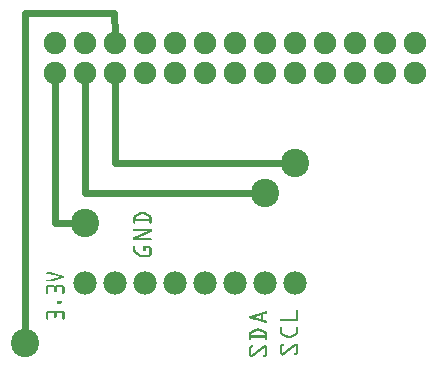
<source format=gtl>
G04 MADE WITH FRITZING*
G04 WWW.FRITZING.ORG*
G04 DOUBLE SIDED*
G04 HOLES PLATED*
G04 CONTOUR ON CENTER OF CONTOUR VECTOR*
%ASAXBY*%
%FSLAX23Y23*%
%MOIN*%
%OFA0B0*%
%SFA1.0B1.0*%
%ADD10C,0.078000*%
%ADD11C,0.094488*%
%ADD12C,0.075361*%
%ADD13C,0.024000*%
%ADD14R,0.001000X0.001000*%
%LNCOPPER1*%
G90*
G70*
G54D10*
X1115Y678D03*
X1015Y678D03*
X915Y678D03*
X815Y678D03*
X715Y678D03*
X615Y678D03*
X515Y678D03*
X415Y678D03*
X1115Y678D03*
X1015Y678D03*
X915Y678D03*
X815Y678D03*
X715Y678D03*
X615Y678D03*
X515Y678D03*
X415Y678D03*
G54D11*
X1015Y978D03*
X215Y478D03*
X415Y878D03*
X1115Y1078D03*
G54D12*
X315Y1379D03*
X415Y1379D03*
X515Y1379D03*
X615Y1379D03*
X715Y1379D03*
X815Y1379D03*
X915Y1379D03*
X1015Y1379D03*
X1115Y1379D03*
X1215Y1379D03*
X1315Y1379D03*
X1415Y1379D03*
X1515Y1379D03*
X1515Y1478D03*
X1415Y1478D03*
X1315Y1478D03*
X1215Y1478D03*
X1115Y1478D03*
X1015Y1478D03*
X915Y1478D03*
X815Y1478D03*
X715Y1478D03*
X615Y1478D03*
X515Y1478D03*
X415Y1478D03*
X315Y1478D03*
G54D13*
X514Y1580D02*
X515Y1510D01*
D02*
X215Y1580D02*
X514Y1580D01*
D02*
X215Y505D02*
X215Y1580D01*
D02*
X515Y1078D02*
X515Y1347D01*
D02*
X1088Y1078D02*
X815Y1078D01*
D02*
X815Y1078D02*
X515Y1078D01*
D02*
X415Y978D02*
X415Y1347D01*
D02*
X988Y978D02*
X715Y978D01*
D02*
X715Y978D02*
X415Y978D01*
D02*
X315Y878D02*
X315Y1347D01*
D02*
X388Y878D02*
X315Y878D01*
G54D14*
X607Y916D02*
X609Y916D01*
X603Y915D02*
X613Y915D01*
X600Y914D02*
X616Y914D01*
X598Y913D02*
X618Y913D01*
X596Y912D02*
X620Y912D01*
X594Y911D02*
X622Y911D01*
X592Y910D02*
X624Y910D01*
X590Y909D02*
X626Y909D01*
X588Y908D02*
X606Y908D01*
X609Y908D02*
X628Y908D01*
X586Y907D02*
X603Y907D01*
X613Y907D02*
X630Y907D01*
X584Y906D02*
X601Y906D01*
X615Y906D02*
X632Y906D01*
X583Y905D02*
X599Y905D01*
X617Y905D02*
X633Y905D01*
X581Y904D02*
X597Y904D01*
X619Y904D02*
X634Y904D01*
X580Y903D02*
X595Y903D01*
X621Y903D02*
X635Y903D01*
X580Y902D02*
X593Y902D01*
X623Y902D02*
X636Y902D01*
X579Y901D02*
X591Y901D01*
X625Y901D02*
X637Y901D01*
X579Y900D02*
X589Y900D01*
X627Y900D02*
X637Y900D01*
X578Y899D02*
X587Y899D01*
X629Y899D02*
X637Y899D01*
X578Y898D02*
X585Y898D01*
X630Y898D02*
X638Y898D01*
X578Y897D02*
X585Y897D01*
X631Y897D02*
X638Y897D01*
X578Y896D02*
X585Y896D01*
X631Y896D02*
X638Y896D01*
X578Y895D02*
X584Y895D01*
X631Y895D02*
X638Y895D01*
X578Y894D02*
X584Y894D01*
X631Y894D02*
X638Y894D01*
X578Y893D02*
X585Y893D01*
X631Y893D02*
X638Y893D01*
X578Y892D02*
X638Y892D01*
X578Y891D02*
X638Y891D01*
X578Y890D02*
X638Y890D01*
X578Y889D02*
X638Y889D01*
X578Y888D02*
X638Y888D01*
X578Y887D02*
X638Y887D01*
X578Y886D02*
X638Y886D01*
X578Y885D02*
X638Y885D01*
X578Y884D02*
X584Y884D01*
X631Y884D02*
X638Y884D01*
X578Y883D02*
X584Y883D01*
X631Y883D02*
X638Y883D01*
X578Y882D02*
X584Y882D01*
X631Y882D02*
X638Y882D01*
X578Y881D02*
X584Y881D01*
X631Y881D02*
X638Y881D01*
X578Y880D02*
X584Y880D01*
X631Y880D02*
X638Y880D01*
X578Y879D02*
X584Y879D01*
X631Y879D02*
X637Y879D01*
X579Y878D02*
X583Y878D01*
X632Y878D02*
X637Y878D01*
X581Y877D02*
X581Y877D01*
X634Y877D02*
X635Y877D01*
X580Y859D02*
X638Y859D01*
X579Y858D02*
X638Y858D01*
X578Y857D02*
X638Y857D01*
X578Y856D02*
X638Y856D01*
X578Y855D02*
X638Y855D01*
X578Y854D02*
X638Y854D01*
X578Y853D02*
X638Y853D01*
X580Y852D02*
X638Y852D01*
X624Y851D02*
X638Y851D01*
X622Y850D02*
X638Y850D01*
X619Y849D02*
X638Y849D01*
X617Y848D02*
X636Y848D01*
X615Y847D02*
X634Y847D01*
X612Y846D02*
X631Y846D01*
X610Y845D02*
X629Y845D01*
X608Y844D02*
X627Y844D01*
X606Y843D02*
X625Y843D01*
X603Y842D02*
X622Y842D01*
X601Y841D02*
X620Y841D01*
X599Y840D02*
X618Y840D01*
X597Y839D02*
X615Y839D01*
X594Y838D02*
X613Y838D01*
X592Y837D02*
X611Y837D01*
X590Y836D02*
X609Y836D01*
X587Y835D02*
X606Y835D01*
X585Y834D02*
X604Y834D01*
X583Y833D02*
X602Y833D01*
X581Y832D02*
X599Y832D01*
X578Y831D02*
X597Y831D01*
X578Y830D02*
X595Y830D01*
X578Y829D02*
X593Y829D01*
X578Y828D02*
X635Y828D01*
X578Y827D02*
X637Y827D01*
X578Y826D02*
X637Y826D01*
X578Y825D02*
X638Y825D01*
X578Y824D02*
X638Y824D01*
X578Y823D02*
X638Y823D01*
X578Y822D02*
X637Y822D01*
X578Y821D02*
X636Y821D01*
X579Y802D02*
X583Y802D01*
X611Y802D02*
X630Y802D01*
X578Y801D02*
X584Y801D01*
X611Y801D02*
X632Y801D01*
X578Y800D02*
X584Y800D01*
X611Y800D02*
X633Y800D01*
X578Y799D02*
X584Y799D01*
X611Y799D02*
X635Y799D01*
X578Y798D02*
X584Y798D01*
X611Y798D02*
X635Y798D01*
X578Y797D02*
X584Y797D01*
X611Y797D02*
X636Y797D01*
X578Y796D02*
X584Y796D01*
X611Y796D02*
X637Y796D01*
X578Y795D02*
X584Y795D01*
X611Y795D02*
X637Y795D01*
X578Y794D02*
X584Y794D01*
X611Y794D02*
X618Y794D01*
X629Y794D02*
X637Y794D01*
X578Y793D02*
X584Y793D01*
X611Y793D02*
X618Y793D01*
X630Y793D02*
X638Y793D01*
X578Y792D02*
X584Y792D01*
X611Y792D02*
X618Y792D01*
X631Y792D02*
X638Y792D01*
X578Y791D02*
X584Y791D01*
X611Y791D02*
X618Y791D01*
X631Y791D02*
X638Y791D01*
X578Y790D02*
X584Y790D01*
X611Y790D02*
X618Y790D01*
X631Y790D02*
X638Y790D01*
X578Y789D02*
X584Y789D01*
X611Y789D02*
X618Y789D01*
X631Y789D02*
X638Y789D01*
X578Y788D02*
X584Y788D01*
X611Y788D02*
X618Y788D01*
X631Y788D02*
X638Y788D01*
X578Y787D02*
X585Y787D01*
X611Y787D02*
X618Y787D01*
X631Y787D02*
X638Y787D01*
X578Y786D02*
X585Y786D01*
X611Y786D02*
X618Y786D01*
X631Y786D02*
X638Y786D01*
X578Y785D02*
X585Y785D01*
X612Y785D02*
X617Y785D01*
X631Y785D02*
X638Y785D01*
X578Y784D02*
X586Y784D01*
X612Y784D02*
X616Y784D01*
X631Y784D02*
X638Y784D01*
X578Y783D02*
X587Y783D01*
X631Y783D02*
X638Y783D01*
X579Y782D02*
X588Y782D01*
X631Y782D02*
X638Y782D01*
X579Y781D02*
X590Y781D01*
X631Y781D02*
X638Y781D01*
X580Y780D02*
X591Y780D01*
X631Y780D02*
X638Y780D01*
X581Y779D02*
X592Y779D01*
X631Y779D02*
X638Y779D01*
X582Y778D02*
X594Y778D01*
X631Y778D02*
X638Y778D01*
X583Y777D02*
X595Y777D01*
X631Y777D02*
X638Y777D01*
X584Y776D02*
X596Y776D01*
X631Y776D02*
X638Y776D01*
X585Y775D02*
X597Y775D01*
X631Y775D02*
X638Y775D01*
X587Y774D02*
X599Y774D01*
X631Y774D02*
X638Y774D01*
X588Y773D02*
X600Y773D01*
X630Y773D02*
X638Y773D01*
X589Y772D02*
X602Y772D01*
X629Y772D02*
X637Y772D01*
X591Y771D02*
X637Y771D01*
X592Y770D02*
X637Y770D01*
X593Y769D02*
X636Y769D01*
X594Y768D02*
X635Y768D01*
X596Y767D02*
X634Y767D01*
X597Y766D02*
X633Y766D01*
X599Y765D02*
X632Y765D01*
X602Y764D02*
X629Y764D01*
X290Y713D02*
X305Y713D01*
X288Y712D02*
X309Y712D01*
X287Y711D02*
X312Y711D01*
X287Y710D02*
X316Y710D01*
X288Y709D02*
X319Y709D01*
X289Y708D02*
X322Y708D01*
X305Y707D02*
X326Y707D01*
X308Y706D02*
X329Y706D01*
X312Y705D02*
X333Y705D01*
X315Y704D02*
X336Y704D01*
X319Y703D02*
X340Y703D01*
X322Y702D02*
X343Y702D01*
X325Y701D02*
X346Y701D01*
X329Y700D02*
X347Y700D01*
X332Y699D02*
X348Y699D01*
X332Y698D02*
X348Y698D01*
X328Y697D02*
X347Y697D01*
X325Y696D02*
X346Y696D01*
X321Y695D02*
X343Y695D01*
X318Y694D02*
X339Y694D01*
X315Y693D02*
X336Y693D01*
X311Y692D02*
X332Y692D01*
X308Y691D02*
X329Y691D01*
X304Y690D02*
X325Y690D01*
X289Y689D02*
X322Y689D01*
X288Y688D02*
X318Y688D01*
X287Y687D02*
X315Y687D01*
X287Y686D02*
X312Y686D01*
X288Y685D02*
X308Y685D01*
X290Y684D02*
X305Y684D01*
X291Y670D02*
X314Y670D01*
X321Y670D02*
X344Y670D01*
X290Y669D02*
X316Y669D01*
X319Y669D02*
X345Y669D01*
X289Y668D02*
X346Y668D01*
X288Y667D02*
X347Y667D01*
X287Y666D02*
X347Y666D01*
X287Y665D02*
X348Y665D01*
X287Y664D02*
X294Y664D01*
X313Y664D02*
X322Y664D01*
X341Y664D02*
X348Y664D01*
X287Y663D02*
X294Y663D01*
X314Y663D02*
X321Y663D01*
X341Y663D02*
X348Y663D01*
X287Y662D02*
X294Y662D01*
X314Y662D02*
X321Y662D01*
X341Y662D02*
X348Y662D01*
X287Y661D02*
X294Y661D01*
X314Y661D02*
X321Y661D01*
X341Y661D02*
X348Y661D01*
X287Y660D02*
X294Y660D01*
X314Y660D02*
X321Y660D01*
X341Y660D02*
X348Y660D01*
X287Y659D02*
X294Y659D01*
X314Y659D02*
X321Y659D01*
X341Y659D02*
X348Y659D01*
X287Y658D02*
X294Y658D01*
X314Y658D02*
X321Y658D01*
X341Y658D02*
X348Y658D01*
X287Y657D02*
X294Y657D01*
X314Y657D02*
X321Y657D01*
X341Y657D02*
X348Y657D01*
X287Y656D02*
X294Y656D01*
X314Y656D02*
X321Y656D01*
X341Y656D02*
X348Y656D01*
X287Y655D02*
X294Y655D01*
X314Y655D02*
X321Y655D01*
X341Y655D02*
X348Y655D01*
X287Y654D02*
X294Y654D01*
X314Y654D02*
X321Y654D01*
X341Y654D02*
X348Y654D01*
X287Y653D02*
X294Y653D01*
X314Y653D02*
X321Y653D01*
X341Y653D02*
X348Y653D01*
X287Y652D02*
X294Y652D01*
X314Y652D02*
X321Y652D01*
X341Y652D02*
X348Y652D01*
X287Y651D02*
X294Y651D01*
X314Y651D02*
X321Y651D01*
X341Y651D02*
X348Y651D01*
X287Y650D02*
X294Y650D01*
X314Y650D02*
X321Y650D01*
X341Y650D02*
X348Y650D01*
X287Y649D02*
X294Y649D01*
X314Y649D02*
X321Y649D01*
X341Y649D02*
X348Y649D01*
X287Y648D02*
X294Y648D01*
X315Y648D02*
X320Y648D01*
X341Y648D02*
X348Y648D01*
X287Y647D02*
X294Y647D01*
X341Y647D02*
X348Y647D01*
X287Y646D02*
X294Y646D01*
X341Y646D02*
X348Y646D01*
X287Y645D02*
X294Y645D01*
X341Y645D02*
X348Y645D01*
X287Y644D02*
X294Y644D01*
X341Y644D02*
X348Y644D01*
X288Y643D02*
X294Y643D01*
X341Y643D02*
X347Y643D01*
X289Y642D02*
X293Y642D01*
X342Y642D02*
X346Y642D01*
X326Y619D02*
X336Y619D01*
X325Y618D02*
X337Y618D01*
X324Y617D02*
X338Y617D01*
X324Y616D02*
X338Y616D01*
X324Y615D02*
X338Y615D01*
X324Y614D02*
X338Y614D01*
X324Y613D02*
X338Y613D01*
X324Y612D02*
X338Y612D01*
X324Y611D02*
X338Y611D01*
X324Y610D02*
X337Y610D01*
X325Y609D02*
X337Y609D01*
X326Y608D02*
X335Y608D01*
X1122Y589D02*
X1125Y589D01*
X1121Y588D02*
X1126Y588D01*
X1120Y587D02*
X1126Y587D01*
X1120Y586D02*
X1127Y586D01*
X291Y585D02*
X314Y585D01*
X321Y585D02*
X344Y585D01*
X1120Y585D02*
X1127Y585D01*
X290Y584D02*
X316Y584D01*
X319Y584D02*
X345Y584D01*
X1120Y584D02*
X1127Y584D01*
X289Y583D02*
X346Y583D01*
X1017Y583D02*
X1022Y583D01*
X1120Y583D02*
X1127Y583D01*
X288Y582D02*
X347Y582D01*
X1014Y582D02*
X1023Y582D01*
X1120Y582D02*
X1127Y582D01*
X287Y581D02*
X347Y581D01*
X1010Y581D02*
X1023Y581D01*
X1120Y581D02*
X1127Y581D01*
X287Y580D02*
X348Y580D01*
X1007Y580D02*
X1024Y580D01*
X1120Y580D02*
X1127Y580D01*
X287Y579D02*
X294Y579D01*
X313Y579D02*
X322Y579D01*
X341Y579D02*
X348Y579D01*
X1003Y579D02*
X1024Y579D01*
X1120Y579D02*
X1127Y579D01*
X287Y578D02*
X294Y578D01*
X314Y578D02*
X321Y578D01*
X341Y578D02*
X348Y578D01*
X1000Y578D02*
X1023Y578D01*
X1120Y578D02*
X1127Y578D01*
X287Y577D02*
X294Y577D01*
X314Y577D02*
X321Y577D01*
X341Y577D02*
X348Y577D01*
X996Y577D02*
X1022Y577D01*
X1120Y577D02*
X1127Y577D01*
X287Y576D02*
X294Y576D01*
X314Y576D02*
X321Y576D01*
X341Y576D02*
X348Y576D01*
X993Y576D02*
X1020Y576D01*
X1120Y576D02*
X1127Y576D01*
X287Y575D02*
X294Y575D01*
X314Y575D02*
X321Y575D01*
X341Y575D02*
X348Y575D01*
X990Y575D02*
X1017Y575D01*
X1120Y575D02*
X1127Y575D01*
X287Y574D02*
X294Y574D01*
X314Y574D02*
X321Y574D01*
X341Y574D02*
X348Y574D01*
X986Y574D02*
X1013Y574D01*
X1120Y574D02*
X1127Y574D01*
X287Y573D02*
X294Y573D01*
X314Y573D02*
X321Y573D01*
X341Y573D02*
X348Y573D01*
X983Y573D02*
X1010Y573D01*
X1120Y573D02*
X1127Y573D01*
X287Y572D02*
X294Y572D01*
X314Y572D02*
X321Y572D01*
X341Y572D02*
X348Y572D01*
X979Y572D02*
X1010Y572D01*
X1120Y572D02*
X1127Y572D01*
X287Y571D02*
X294Y571D01*
X314Y571D02*
X321Y571D01*
X341Y571D02*
X348Y571D01*
X976Y571D02*
X1010Y571D01*
X1120Y571D02*
X1127Y571D01*
X287Y570D02*
X294Y570D01*
X314Y570D02*
X321Y570D01*
X341Y570D02*
X348Y570D01*
X972Y570D02*
X1000Y570D01*
X1003Y570D02*
X1010Y570D01*
X1120Y570D02*
X1127Y570D01*
X287Y569D02*
X294Y569D01*
X314Y569D02*
X321Y569D01*
X341Y569D02*
X348Y569D01*
X969Y569D02*
X996Y569D01*
X1003Y569D02*
X1010Y569D01*
X1120Y569D02*
X1127Y569D01*
X287Y568D02*
X294Y568D01*
X314Y568D02*
X321Y568D01*
X341Y568D02*
X348Y568D01*
X966Y568D02*
X993Y568D01*
X1003Y568D02*
X1010Y568D01*
X1120Y568D02*
X1127Y568D01*
X287Y567D02*
X294Y567D01*
X314Y567D02*
X321Y567D01*
X341Y567D02*
X348Y567D01*
X964Y567D02*
X990Y567D01*
X1003Y567D02*
X1010Y567D01*
X1120Y567D02*
X1127Y567D01*
X287Y566D02*
X294Y566D01*
X314Y566D02*
X321Y566D01*
X341Y566D02*
X348Y566D01*
X964Y566D02*
X986Y566D01*
X1003Y566D02*
X1010Y566D01*
X1120Y566D02*
X1127Y566D01*
X287Y565D02*
X294Y565D01*
X314Y565D02*
X321Y565D01*
X341Y565D02*
X348Y565D01*
X963Y565D02*
X983Y565D01*
X1003Y565D02*
X1010Y565D01*
X1120Y565D02*
X1127Y565D01*
X287Y564D02*
X294Y564D01*
X314Y564D02*
X321Y564D01*
X341Y564D02*
X348Y564D01*
X963Y564D02*
X981Y564D01*
X1003Y564D02*
X1010Y564D01*
X1120Y564D02*
X1127Y564D01*
X287Y563D02*
X294Y563D01*
X315Y563D02*
X320Y563D01*
X341Y563D02*
X348Y563D01*
X964Y563D02*
X985Y563D01*
X1003Y563D02*
X1010Y563D01*
X1120Y563D02*
X1127Y563D01*
X287Y562D02*
X294Y562D01*
X341Y562D02*
X348Y562D01*
X964Y562D02*
X988Y562D01*
X1003Y562D02*
X1010Y562D01*
X1120Y562D02*
X1127Y562D01*
X287Y561D02*
X294Y561D01*
X341Y561D02*
X348Y561D01*
X965Y561D02*
X992Y561D01*
X1003Y561D02*
X1010Y561D01*
X1120Y561D02*
X1127Y561D01*
X287Y560D02*
X294Y560D01*
X341Y560D02*
X348Y560D01*
X968Y560D02*
X995Y560D01*
X1003Y560D02*
X1010Y560D01*
X1120Y560D02*
X1127Y560D01*
X287Y559D02*
X294Y559D01*
X341Y559D02*
X348Y559D01*
X971Y559D02*
X999Y559D01*
X1003Y559D02*
X1010Y559D01*
X1120Y559D02*
X1127Y559D01*
X288Y558D02*
X294Y558D01*
X341Y558D02*
X347Y558D01*
X975Y558D02*
X1010Y558D01*
X1069Y558D02*
X1127Y558D01*
X289Y557D02*
X293Y557D01*
X342Y557D02*
X346Y557D01*
X978Y557D02*
X1010Y557D01*
X1068Y557D02*
X1127Y557D01*
X981Y556D02*
X1010Y556D01*
X1067Y556D02*
X1127Y556D01*
X985Y555D02*
X1012Y555D01*
X1067Y555D02*
X1127Y555D01*
X988Y554D02*
X1016Y554D01*
X1066Y554D02*
X1127Y554D01*
X992Y553D02*
X1019Y553D01*
X1067Y553D02*
X1127Y553D01*
X995Y552D02*
X1022Y552D01*
X1067Y552D02*
X1127Y552D01*
X999Y551D02*
X1023Y551D01*
X1068Y551D02*
X1127Y551D01*
X1002Y550D02*
X1023Y550D01*
X1005Y549D02*
X1024Y549D01*
X1009Y548D02*
X1024Y548D01*
X1012Y547D02*
X1023Y547D01*
X1016Y546D02*
X1023Y546D01*
X1019Y545D02*
X1021Y545D01*
X1068Y532D02*
X1072Y532D01*
X1122Y532D02*
X1125Y532D01*
X1067Y531D02*
X1073Y531D01*
X1121Y531D02*
X1126Y531D01*
X1067Y530D02*
X1073Y530D01*
X1120Y530D02*
X1127Y530D01*
X1066Y529D02*
X1073Y529D01*
X1120Y529D02*
X1127Y529D01*
X1066Y528D02*
X1073Y528D01*
X1120Y528D02*
X1127Y528D01*
X991Y527D02*
X996Y527D01*
X1066Y527D02*
X1073Y527D01*
X1120Y527D02*
X1127Y527D01*
X988Y526D02*
X999Y526D01*
X1066Y526D02*
X1073Y526D01*
X1120Y526D02*
X1127Y526D01*
X985Y525D02*
X1002Y525D01*
X1066Y525D02*
X1073Y525D01*
X1120Y525D02*
X1127Y525D01*
X983Y524D02*
X1004Y524D01*
X1066Y524D02*
X1073Y524D01*
X1120Y524D02*
X1127Y524D01*
X981Y523D02*
X1006Y523D01*
X1066Y523D02*
X1073Y523D01*
X1120Y523D02*
X1127Y523D01*
X979Y522D02*
X1008Y522D01*
X1066Y522D02*
X1073Y522D01*
X1120Y522D02*
X1127Y522D01*
X977Y521D02*
X1010Y521D01*
X1066Y521D02*
X1073Y521D01*
X1120Y521D02*
X1127Y521D01*
X975Y520D02*
X1012Y520D01*
X1066Y520D02*
X1073Y520D01*
X1120Y520D02*
X1127Y520D01*
X973Y519D02*
X991Y519D01*
X996Y519D02*
X1014Y519D01*
X1066Y519D02*
X1073Y519D01*
X1120Y519D02*
X1127Y519D01*
X971Y518D02*
X988Y518D01*
X999Y518D02*
X1016Y518D01*
X1066Y518D02*
X1073Y518D01*
X1120Y518D02*
X1127Y518D01*
X969Y517D02*
X986Y517D01*
X1001Y517D02*
X1018Y517D01*
X1066Y517D02*
X1073Y517D01*
X1120Y517D02*
X1127Y517D01*
X968Y516D02*
X984Y516D01*
X1003Y516D02*
X1019Y516D01*
X1066Y516D02*
X1073Y516D01*
X1120Y516D02*
X1127Y516D01*
X967Y515D02*
X982Y515D01*
X1005Y515D02*
X1020Y515D01*
X1066Y515D02*
X1073Y515D01*
X1120Y515D02*
X1127Y515D01*
X966Y514D02*
X980Y514D01*
X1007Y514D02*
X1021Y514D01*
X1066Y514D02*
X1073Y514D01*
X1120Y514D02*
X1127Y514D01*
X965Y513D02*
X978Y513D01*
X1009Y513D02*
X1022Y513D01*
X1066Y513D02*
X1074Y513D01*
X1120Y513D02*
X1127Y513D01*
X965Y512D02*
X976Y512D01*
X1011Y512D02*
X1022Y512D01*
X1067Y512D02*
X1074Y512D01*
X1119Y512D02*
X1127Y512D01*
X964Y511D02*
X974Y511D01*
X1013Y511D02*
X1023Y511D01*
X1067Y511D02*
X1075Y511D01*
X1118Y511D02*
X1126Y511D01*
X964Y510D02*
X972Y510D01*
X1015Y510D02*
X1023Y510D01*
X1067Y510D02*
X1077Y510D01*
X1116Y510D02*
X1126Y510D01*
X964Y509D02*
X971Y509D01*
X1016Y509D02*
X1023Y509D01*
X1068Y509D02*
X1079Y509D01*
X1114Y509D02*
X1125Y509D01*
X963Y508D02*
X970Y508D01*
X1016Y508D02*
X1024Y508D01*
X1068Y508D02*
X1081Y508D01*
X1112Y508D02*
X1125Y508D01*
X963Y507D02*
X970Y507D01*
X1017Y507D02*
X1024Y507D01*
X1069Y507D02*
X1083Y507D01*
X1110Y507D02*
X1124Y507D01*
X963Y506D02*
X970Y506D01*
X1017Y506D02*
X1024Y506D01*
X1070Y506D02*
X1085Y506D01*
X1108Y506D02*
X1123Y506D01*
X963Y505D02*
X970Y505D01*
X1017Y505D02*
X1024Y505D01*
X1071Y505D02*
X1087Y505D01*
X1106Y505D02*
X1122Y505D01*
X963Y504D02*
X970Y504D01*
X1016Y504D02*
X1024Y504D01*
X1072Y504D02*
X1089Y504D01*
X1104Y504D02*
X1121Y504D01*
X963Y503D02*
X1024Y503D01*
X1074Y503D02*
X1091Y503D01*
X1102Y503D02*
X1119Y503D01*
X963Y502D02*
X1024Y502D01*
X1076Y502D02*
X1093Y502D01*
X1100Y502D02*
X1117Y502D01*
X963Y501D02*
X1024Y501D01*
X1078Y501D02*
X1115Y501D01*
X963Y500D02*
X1024Y500D01*
X1080Y500D02*
X1113Y500D01*
X963Y499D02*
X1024Y499D01*
X1082Y499D02*
X1111Y499D01*
X963Y498D02*
X1024Y498D01*
X1084Y498D02*
X1109Y498D01*
X963Y497D02*
X1024Y497D01*
X1086Y497D02*
X1107Y497D01*
X963Y496D02*
X1024Y496D01*
X1088Y496D02*
X1105Y496D01*
X963Y495D02*
X970Y495D01*
X1017Y495D02*
X1024Y495D01*
X1090Y495D02*
X1103Y495D01*
X963Y494D02*
X970Y494D01*
X1017Y494D02*
X1024Y494D01*
X1094Y494D02*
X1100Y494D01*
X963Y493D02*
X970Y493D01*
X1017Y493D02*
X1024Y493D01*
X963Y492D02*
X970Y492D01*
X1017Y492D02*
X1024Y492D01*
X963Y491D02*
X970Y491D01*
X1017Y491D02*
X1023Y491D01*
X964Y490D02*
X970Y490D01*
X1017Y490D02*
X1023Y490D01*
X965Y489D02*
X969Y489D01*
X1018Y489D02*
X1022Y489D01*
X1075Y476D02*
X1077Y476D01*
X1117Y476D02*
X1119Y476D01*
X1072Y475D02*
X1079Y475D01*
X1114Y475D02*
X1122Y475D01*
X1071Y474D02*
X1080Y474D01*
X1113Y474D02*
X1124Y474D01*
X1070Y473D02*
X1080Y473D01*
X1112Y473D02*
X1125Y473D01*
X1069Y472D02*
X1080Y472D01*
X1110Y472D02*
X1125Y472D01*
X1068Y471D02*
X1080Y471D01*
X1109Y471D02*
X1126Y471D01*
X970Y470D02*
X975Y470D01*
X1012Y470D02*
X1018Y470D01*
X1067Y470D02*
X1079Y470D01*
X1108Y470D02*
X1126Y470D01*
X968Y469D02*
X976Y469D01*
X1011Y469D02*
X1020Y469D01*
X1067Y469D02*
X1078Y469D01*
X1107Y469D02*
X1127Y469D01*
X967Y468D02*
X977Y468D01*
X1009Y468D02*
X1021Y468D01*
X1067Y468D02*
X1075Y468D01*
X1105Y468D02*
X1127Y468D01*
X966Y467D02*
X977Y467D01*
X1008Y467D02*
X1022Y467D01*
X1067Y467D02*
X1074Y467D01*
X1104Y467D02*
X1116Y467D01*
X1120Y467D02*
X1127Y467D01*
X965Y466D02*
X977Y466D01*
X1007Y466D02*
X1022Y466D01*
X1066Y466D02*
X1073Y466D01*
X1103Y466D02*
X1115Y466D01*
X1120Y466D02*
X1127Y466D01*
X965Y465D02*
X977Y465D01*
X1005Y465D02*
X1023Y465D01*
X1066Y465D02*
X1073Y465D01*
X1101Y465D02*
X1114Y465D01*
X1120Y465D02*
X1127Y465D01*
X964Y464D02*
X976Y464D01*
X1004Y464D02*
X1023Y464D01*
X1066Y464D02*
X1073Y464D01*
X1100Y464D02*
X1112Y464D01*
X1120Y464D02*
X1127Y464D01*
X964Y463D02*
X974Y463D01*
X1003Y463D02*
X1024Y463D01*
X1066Y463D02*
X1073Y463D01*
X1099Y463D02*
X1111Y463D01*
X1120Y463D02*
X1127Y463D01*
X963Y462D02*
X971Y462D01*
X1002Y462D02*
X1014Y462D01*
X1017Y462D02*
X1024Y462D01*
X1066Y462D02*
X1073Y462D01*
X1098Y462D02*
X1110Y462D01*
X1120Y462D02*
X1127Y462D01*
X963Y461D02*
X971Y461D01*
X1000Y461D02*
X1013Y461D01*
X1017Y461D02*
X1024Y461D01*
X1066Y461D02*
X1073Y461D01*
X1096Y461D02*
X1109Y461D01*
X1120Y461D02*
X1127Y461D01*
X963Y460D02*
X970Y460D01*
X999Y460D02*
X1011Y460D01*
X1017Y460D02*
X1024Y460D01*
X1066Y460D02*
X1073Y460D01*
X1095Y460D02*
X1107Y460D01*
X1120Y460D02*
X1127Y460D01*
X963Y459D02*
X970Y459D01*
X998Y459D02*
X1010Y459D01*
X1017Y459D02*
X1024Y459D01*
X1066Y459D02*
X1073Y459D01*
X1094Y459D02*
X1106Y459D01*
X1120Y459D02*
X1127Y459D01*
X963Y458D02*
X970Y458D01*
X996Y458D02*
X1009Y458D01*
X1017Y458D02*
X1024Y458D01*
X1066Y458D02*
X1073Y458D01*
X1092Y458D02*
X1105Y458D01*
X1120Y458D02*
X1127Y458D01*
X963Y457D02*
X970Y457D01*
X995Y457D02*
X1007Y457D01*
X1017Y457D02*
X1024Y457D01*
X1066Y457D02*
X1073Y457D01*
X1091Y457D02*
X1103Y457D01*
X1120Y457D02*
X1127Y457D01*
X963Y456D02*
X970Y456D01*
X994Y456D02*
X1006Y456D01*
X1017Y456D02*
X1024Y456D01*
X1066Y456D02*
X1073Y456D01*
X1090Y456D02*
X1102Y456D01*
X1120Y456D02*
X1127Y456D01*
X963Y455D02*
X970Y455D01*
X993Y455D02*
X1005Y455D01*
X1017Y455D02*
X1024Y455D01*
X1066Y455D02*
X1073Y455D01*
X1089Y455D02*
X1101Y455D01*
X1120Y455D02*
X1127Y455D01*
X963Y454D02*
X970Y454D01*
X991Y454D02*
X1004Y454D01*
X1017Y454D02*
X1024Y454D01*
X1066Y454D02*
X1073Y454D01*
X1087Y454D02*
X1100Y454D01*
X1120Y454D02*
X1127Y454D01*
X963Y453D02*
X970Y453D01*
X990Y453D02*
X1002Y453D01*
X1017Y453D02*
X1024Y453D01*
X1066Y453D02*
X1073Y453D01*
X1086Y453D02*
X1098Y453D01*
X1120Y453D02*
X1127Y453D01*
X963Y452D02*
X970Y452D01*
X989Y452D02*
X1001Y452D01*
X1017Y452D02*
X1024Y452D01*
X1066Y452D02*
X1073Y452D01*
X1085Y452D02*
X1097Y452D01*
X1120Y452D02*
X1127Y452D01*
X963Y451D02*
X970Y451D01*
X987Y451D02*
X1000Y451D01*
X1017Y451D02*
X1024Y451D01*
X1066Y451D02*
X1073Y451D01*
X1084Y451D02*
X1096Y451D01*
X1120Y451D02*
X1127Y451D01*
X963Y450D02*
X970Y450D01*
X986Y450D02*
X998Y450D01*
X1017Y450D02*
X1024Y450D01*
X1066Y450D02*
X1073Y450D01*
X1082Y450D02*
X1094Y450D01*
X1120Y450D02*
X1127Y450D01*
X963Y449D02*
X970Y449D01*
X985Y449D02*
X997Y449D01*
X1017Y449D02*
X1024Y449D01*
X1066Y449D02*
X1073Y449D01*
X1081Y449D02*
X1093Y449D01*
X1120Y449D02*
X1127Y449D01*
X963Y448D02*
X970Y448D01*
X984Y448D02*
X996Y448D01*
X1017Y448D02*
X1024Y448D01*
X1066Y448D02*
X1073Y448D01*
X1080Y448D02*
X1092Y448D01*
X1120Y448D02*
X1127Y448D01*
X963Y447D02*
X970Y447D01*
X982Y447D02*
X994Y447D01*
X1017Y447D02*
X1024Y447D01*
X1066Y447D02*
X1073Y447D01*
X1078Y447D02*
X1090Y447D01*
X1120Y447D02*
X1127Y447D01*
X963Y446D02*
X970Y446D01*
X981Y446D02*
X993Y446D01*
X1017Y446D02*
X1024Y446D01*
X1066Y446D02*
X1073Y446D01*
X1077Y446D02*
X1089Y446D01*
X1119Y446D02*
X1127Y446D01*
X963Y445D02*
X970Y445D01*
X980Y445D02*
X992Y445D01*
X1017Y445D02*
X1024Y445D01*
X1066Y445D02*
X1074Y445D01*
X1076Y445D02*
X1088Y445D01*
X1118Y445D02*
X1126Y445D01*
X963Y444D02*
X970Y444D01*
X978Y444D02*
X991Y444D01*
X1017Y444D02*
X1024Y444D01*
X1067Y444D02*
X1087Y444D01*
X1115Y444D02*
X1126Y444D01*
X963Y443D02*
X970Y443D01*
X977Y443D02*
X989Y443D01*
X1017Y443D02*
X1024Y443D01*
X1067Y443D02*
X1085Y443D01*
X1114Y443D02*
X1126Y443D01*
X963Y442D02*
X970Y442D01*
X976Y442D02*
X988Y442D01*
X1017Y442D02*
X1024Y442D01*
X1067Y442D02*
X1084Y442D01*
X1113Y442D02*
X1125Y442D01*
X963Y441D02*
X970Y441D01*
X975Y441D02*
X987Y441D01*
X1016Y441D02*
X1024Y441D01*
X1068Y441D02*
X1083Y441D01*
X1113Y441D02*
X1124Y441D01*
X963Y440D02*
X970Y440D01*
X973Y440D02*
X985Y440D01*
X1016Y440D02*
X1023Y440D01*
X1069Y440D02*
X1081Y440D01*
X1113Y440D02*
X1124Y440D01*
X963Y439D02*
X984Y439D01*
X1012Y439D02*
X1023Y439D01*
X1070Y439D02*
X1080Y439D01*
X1114Y439D02*
X1122Y439D01*
X964Y438D02*
X983Y438D01*
X1011Y438D02*
X1023Y438D01*
X1071Y438D02*
X1078Y438D01*
X1115Y438D02*
X1121Y438D01*
X964Y437D02*
X982Y437D01*
X1010Y437D02*
X1022Y437D01*
X1075Y437D02*
X1075Y437D01*
X964Y436D02*
X980Y436D01*
X1010Y436D02*
X1022Y436D01*
X965Y435D02*
X979Y435D01*
X1010Y435D02*
X1021Y435D01*
X966Y434D02*
X978Y434D01*
X1010Y434D02*
X1020Y434D01*
X967Y433D02*
X976Y433D01*
X1011Y433D02*
X1019Y433D01*
X969Y432D02*
X974Y432D01*
X1012Y432D02*
X1016Y432D01*
D02*
G04 End of Copper1*
M02*
</source>
